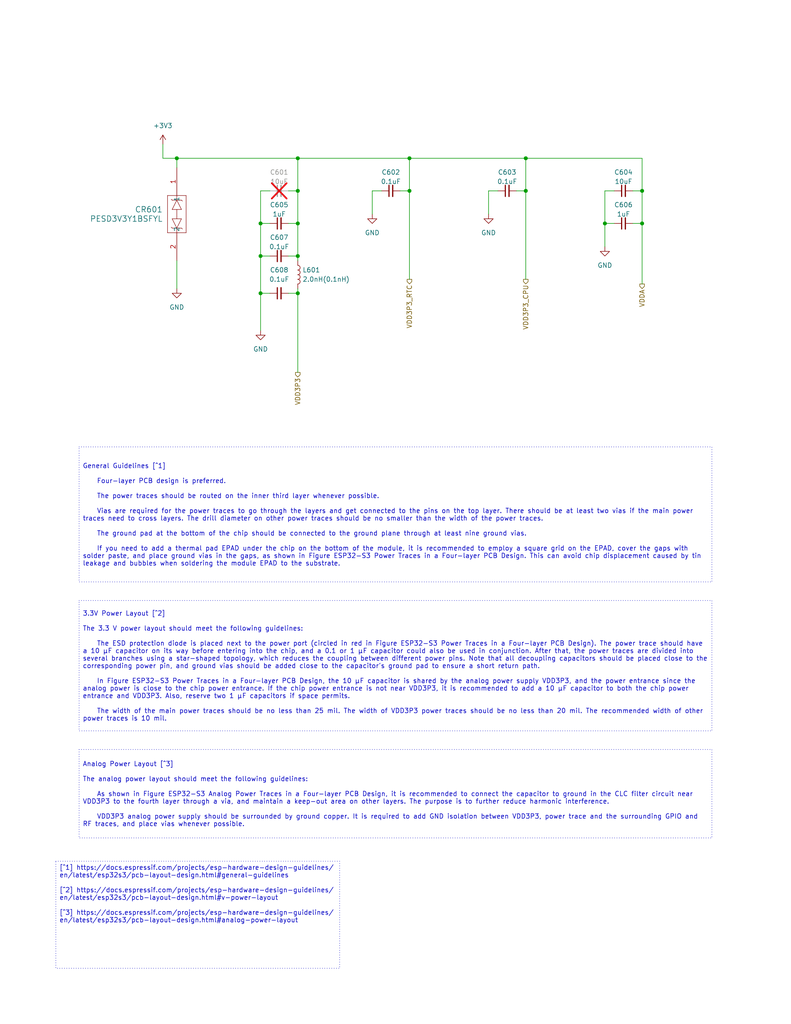
<source format=kicad_sch>
(kicad_sch
	(version 20231120)
	(generator "eeschema")
	(generator_version "8.0")
	(uuid "cb3a1623-1173-4a3a-a604-44bbb419d7a4")
	(paper "A" portrait)
	(title_block
		(title "Comms Badge Voice Assistant")
		(date "2024-03-02")
		(rev "0.1.1")
		(company "Home Sweet Home Assistant")
	)
	(lib_symbols
		(symbol "Comms Badge Voice Assistant Project:+3V3"
			(power)
			(pin_names
				(offset 0)
			)
			(exclude_from_sim no)
			(in_bom yes)
			(on_board yes)
			(property "Reference" "#PWR"
				(at 0 -3.81 0)
				(effects
					(font
						(size 1.27 1.27)
					)
					(hide yes)
				)
			)
			(property "Value" "+3V3"
				(at 0 3.556 0)
				(effects
					(font
						(size 1.27 1.27)
					)
				)
			)
			(property "Footprint" ""
				(at 0 0 0)
				(effects
					(font
						(size 1.27 1.27)
					)
					(hide yes)
				)
			)
			(property "Datasheet" ""
				(at 0 0 0)
				(effects
					(font
						(size 1.27 1.27)
					)
					(hide yes)
				)
			)
			(property "Description" "Power symbol creates a global label with name \"+3V3\""
				(at 0 0 0)
				(effects
					(font
						(size 1.27 1.27)
					)
					(hide yes)
				)
			)
			(property "ki_keywords" "global power"
				(at 0 0 0)
				(effects
					(font
						(size 1.27 1.27)
					)
					(hide yes)
				)
			)
			(symbol "+3V3_0_1"
				(polyline
					(pts
						(xy -0.762 1.27) (xy 0 2.54)
					)
					(stroke
						(width 0)
						(type default)
					)
					(fill
						(type none)
					)
				)
				(polyline
					(pts
						(xy 0 0) (xy 0 2.54)
					)
					(stroke
						(width 0)
						(type default)
					)
					(fill
						(type none)
					)
				)
				(polyline
					(pts
						(xy 0 2.54) (xy 0.762 1.27)
					)
					(stroke
						(width 0)
						(type default)
					)
					(fill
						(type none)
					)
				)
			)
			(symbol "+3V3_1_1"
				(pin power_in line
					(at 0 0 90)
					(length 0) hide
					(name "+3V3"
						(effects
							(font
								(size 1.27 1.27)
							)
						)
					)
					(number "1"
						(effects
							(font
								(size 1.27 1.27)
							)
						)
					)
				)
			)
		)
		(symbol "Comms Badge Voice Assistant Project:C_Small"
			(pin_numbers hide)
			(pin_names
				(offset 0.254) hide)
			(exclude_from_sim no)
			(in_bom yes)
			(on_board yes)
			(property "Reference" "C"
				(at 0.254 1.778 0)
				(effects
					(font
						(size 1.27 1.27)
					)
					(justify left)
				)
			)
			(property "Value" "C_Small"
				(at 0.254 -2.032 0)
				(effects
					(font
						(size 1.27 1.27)
					)
					(justify left)
				)
			)
			(property "Footprint" ""
				(at 0 0 0)
				(effects
					(font
						(size 1.27 1.27)
					)
					(hide yes)
				)
			)
			(property "Datasheet" "~"
				(at 0 0 0)
				(effects
					(font
						(size 1.27 1.27)
					)
					(hide yes)
				)
			)
			(property "Description" "Unpolarized capacitor, small symbol"
				(at 0 0 0)
				(effects
					(font
						(size 1.27 1.27)
					)
					(hide yes)
				)
			)
			(property "ki_keywords" "capacitor cap"
				(at 0 0 0)
				(effects
					(font
						(size 1.27 1.27)
					)
					(hide yes)
				)
			)
			(property "ki_fp_filters" "C_*"
				(at 0 0 0)
				(effects
					(font
						(size 1.27 1.27)
					)
					(hide yes)
				)
			)
			(symbol "C_Small_0_1"
				(polyline
					(pts
						(xy -1.524 -0.508) (xy 1.524 -0.508)
					)
					(stroke
						(width 0.3302)
						(type default)
					)
					(fill
						(type none)
					)
				)
				(polyline
					(pts
						(xy -1.524 0.508) (xy 1.524 0.508)
					)
					(stroke
						(width 0.3048)
						(type default)
					)
					(fill
						(type none)
					)
				)
			)
			(symbol "C_Small_1_1"
				(pin passive line
					(at 0 2.54 270)
					(length 2.032)
					(name "~"
						(effects
							(font
								(size 1.27 1.27)
							)
						)
					)
					(number "1"
						(effects
							(font
								(size 1.27 1.27)
							)
						)
					)
				)
				(pin passive line
					(at 0 -2.54 90)
					(length 2.032)
					(name "~"
						(effects
							(font
								(size 1.27 1.27)
							)
						)
					)
					(number "2"
						(effects
							(font
								(size 1.27 1.27)
							)
						)
					)
				)
			)
		)
		(symbol "Comms Badge Voice Assistant Project:GND"
			(power)
			(pin_names
				(offset 0)
			)
			(exclude_from_sim no)
			(in_bom yes)
			(on_board yes)
			(property "Reference" "#PWR"
				(at 0 -6.35 0)
				(effects
					(font
						(size 1.27 1.27)
					)
					(hide yes)
				)
			)
			(property "Value" "GND"
				(at 0 -3.81 0)
				(effects
					(font
						(size 1.27 1.27)
					)
				)
			)
			(property "Footprint" ""
				(at 0 0 0)
				(effects
					(font
						(size 1.27 1.27)
					)
					(hide yes)
				)
			)
			(property "Datasheet" ""
				(at 0 0 0)
				(effects
					(font
						(size 1.27 1.27)
					)
					(hide yes)
				)
			)
			(property "Description" "Power symbol creates a global label with name \"GND\" , ground"
				(at 0 0 0)
				(effects
					(font
						(size 1.27 1.27)
					)
					(hide yes)
				)
			)
			(property "ki_keywords" "global power"
				(at 0 0 0)
				(effects
					(font
						(size 1.27 1.27)
					)
					(hide yes)
				)
			)
			(symbol "GND_0_1"
				(polyline
					(pts
						(xy 0 0) (xy 0 -1.27) (xy 1.27 -1.27) (xy 0 -2.54) (xy -1.27 -1.27) (xy 0 -1.27)
					)
					(stroke
						(width 0)
						(type default)
					)
					(fill
						(type none)
					)
				)
			)
			(symbol "GND_1_1"
				(pin power_in line
					(at 0 0 270)
					(length 0) hide
					(name "GND"
						(effects
							(font
								(size 1.27 1.27)
							)
						)
					)
					(number "1"
						(effects
							(font
								(size 1.27 1.27)
							)
						)
					)
				)
			)
		)
		(symbol "Comms Badge Voice Assistant Project:L"
			(pin_numbers hide)
			(pin_names
				(offset 1.016) hide)
			(exclude_from_sim no)
			(in_bom yes)
			(on_board yes)
			(property "Reference" "L"
				(at -1.27 0 90)
				(effects
					(font
						(size 1.27 1.27)
					)
				)
			)
			(property "Value" "L"
				(at 1.905 0 90)
				(effects
					(font
						(size 1.27 1.27)
					)
				)
			)
			(property "Footprint" ""
				(at 0 0 0)
				(effects
					(font
						(size 1.27 1.27)
					)
					(hide yes)
				)
			)
			(property "Datasheet" "~"
				(at 0 0 0)
				(effects
					(font
						(size 1.27 1.27)
					)
					(hide yes)
				)
			)
			(property "Description" "Inductor"
				(at 0 0 0)
				(effects
					(font
						(size 1.27 1.27)
					)
					(hide yes)
				)
			)
			(property "ki_keywords" "inductor choke coil reactor magnetic"
				(at 0 0 0)
				(effects
					(font
						(size 1.27 1.27)
					)
					(hide yes)
				)
			)
			(property "ki_fp_filters" "Choke_* *Coil* Inductor_* L_*"
				(at 0 0 0)
				(effects
					(font
						(size 1.27 1.27)
					)
					(hide yes)
				)
			)
			(symbol "L_0_1"
				(arc
					(start 0 -2.54)
					(mid 0.6323 -1.905)
					(end 0 -1.27)
					(stroke
						(width 0)
						(type default)
					)
					(fill
						(type none)
					)
				)
				(arc
					(start 0 -1.27)
					(mid 0.6323 -0.635)
					(end 0 0)
					(stroke
						(width 0)
						(type default)
					)
					(fill
						(type none)
					)
				)
				(arc
					(start 0 0)
					(mid 0.6323 0.635)
					(end 0 1.27)
					(stroke
						(width 0)
						(type default)
					)
					(fill
						(type none)
					)
				)
				(arc
					(start 0 1.27)
					(mid 0.6323 1.905)
					(end 0 2.54)
					(stroke
						(width 0)
						(type default)
					)
					(fill
						(type none)
					)
				)
			)
			(symbol "L_1_1"
				(pin passive line
					(at 0 3.81 270)
					(length 1.27)
					(name "1"
						(effects
							(font
								(size 1.27 1.27)
							)
						)
					)
					(number "1"
						(effects
							(font
								(size 1.27 1.27)
							)
						)
					)
				)
				(pin passive line
					(at 0 -3.81 90)
					(length 1.27)
					(name "2"
						(effects
							(font
								(size 1.27 1.27)
							)
						)
					)
					(number "2"
						(effects
							(font
								(size 1.27 1.27)
							)
						)
					)
				)
			)
		)
		(symbol "Comms Badge Voice Assistant Project:PESD3V3Y1BSFYL"
			(pin_names
				(offset 0.254)
			)
			(exclude_from_sim no)
			(in_bom yes)
			(on_board yes)
			(property "Reference" "CR601"
				(at 11.43 3.81 90)
				(effects
					(font
						(size 1.524 1.524)
					)
					(justify left)
				)
			)
			(property "Value" "PESD3V3Y1BSFYL"
				(at 13.97 3.81 90)
				(effects
					(font
						(size 1.524 1.524)
					)
					(justify left)
				)
			)
			(property "Footprint" "SOD962-2_DSN0603-2_NEX"
				(at 0 0 0)
				(effects
					(font
						(size 1.27 1.27)
						(italic yes)
					)
					(hide yes)
				)
			)
			(property "Datasheet" "https://datasheet.lcsc.com/lcsc/2006101608_Nexperia-PESD4V0Y1BSFYL_C552545.pdf"
				(at 0 0 0)
				(effects
					(font
						(size 1.27 1.27)
						(italic yes)
					)
					(hide yes)
				)
			)
			(property "Description" ""
				(at 0 0 0)
				(effects
					(font
						(size 1.27 1.27)
					)
					(hide yes)
				)
			)
			(property "LCSC #" "C552545"
				(at 0 0 0)
				(effects
					(font
						(size 1.27 1.27)
					)
					(hide yes)
				)
			)
			(property "Mfr. Part #" "PESD4V0Y1BSFYL"
				(at 0 0 0)
				(effects
					(font
						(size 1.27 1.27)
					)
					(hide yes)
				)
			)
			(property "DigiKey #" "1727-7840-1-ND"
				(at 0 0 0)
				(effects
					(font
						(size 1.27 1.27)
					)
					(hide yes)
				)
			)
			(property "Mouser #" " 771-PESD4V0Y1BSFYL "
				(at 0 0 0)
				(effects
					(font
						(size 1.27 1.27)
					)
					(hide yes)
				)
			)
			(property "Price" "0.0904"
				(at 0 0 0)
				(effects
					(font
						(size 1.27 1.27)
					)
					(hide yes)
				)
			)
			(property "ki_locked" ""
				(at 0 0 0)
				(effects
					(font
						(size 1.27 1.27)
					)
				)
			)
			(property "ki_keywords" "PESD3V3Y1BSFYL"
				(at 0 0 0)
				(effects
					(font
						(size 1.27 1.27)
					)
					(hide yes)
				)
			)
			(property "ki_fp_filters" "SOD962-2_DSN0603-2_NEX SOD962-2_DSN0603-2_NEX-M SOD962-2_DSN0603-2_NEX-L"
				(at 0 0 0)
				(effects
					(font
						(size 1.27 1.27)
					)
					(hide yes)
				)
			)
			(symbol "PESD3V3Y1BSFYL_0_1"
				(polyline
					(pts
						(xy 7.62 -2.54) (xy 17.78 -2.54)
					)
					(stroke
						(width 0.127)
						(type default)
					)
					(fill
						(type none)
					)
				)
				(polyline
					(pts
						(xy 7.62 0) (xy 8.89 0)
					)
					(stroke
						(width 0.127)
						(type default)
					)
					(fill
						(type none)
					)
				)
				(polyline
					(pts
						(xy 7.62 2.54) (xy 7.62 -2.54)
					)
					(stroke
						(width 0.127)
						(type default)
					)
					(fill
						(type none)
					)
				)
				(polyline
					(pts
						(xy 8.89 -1.27) (xy 8.89 1.27)
					)
					(stroke
						(width 0.127)
						(type default)
					)
					(fill
						(type none)
					)
				)
				(polyline
					(pts
						(xy 8.89 -1.27) (xy 9.144 -1.524)
					)
					(stroke
						(width 0.127)
						(type default)
					)
					(fill
						(type none)
					)
				)
				(polyline
					(pts
						(xy 8.89 0) (xy 11.43 1.27)
					)
					(stroke
						(width 0.127)
						(type default)
					)
					(fill
						(type none)
					)
				)
				(polyline
					(pts
						(xy 8.89 1.27) (xy 8.636 1.524)
					)
					(stroke
						(width 0.127)
						(type default)
					)
					(fill
						(type none)
					)
				)
				(polyline
					(pts
						(xy 11.43 -1.27) (xy 8.89 0)
					)
					(stroke
						(width 0.127)
						(type default)
					)
					(fill
						(type none)
					)
				)
				(polyline
					(pts
						(xy 11.43 1.27) (xy 11.43 -1.27)
					)
					(stroke
						(width 0.127)
						(type default)
					)
					(fill
						(type none)
					)
				)
				(polyline
					(pts
						(xy 13.97 -1.27) (xy 13.97 1.27)
					)
					(stroke
						(width 0.127)
						(type default)
					)
					(fill
						(type none)
					)
				)
				(polyline
					(pts
						(xy 13.97 0) (xy 11.43 0)
					)
					(stroke
						(width 0.127)
						(type default)
					)
					(fill
						(type none)
					)
				)
				(polyline
					(pts
						(xy 13.97 1.27) (xy 16.51 0)
					)
					(stroke
						(width 0.127)
						(type default)
					)
					(fill
						(type none)
					)
				)
				(polyline
					(pts
						(xy 16.51 -1.27) (xy 16.764 -1.524)
					)
					(stroke
						(width 0.127)
						(type default)
					)
					(fill
						(type none)
					)
				)
				(polyline
					(pts
						(xy 16.51 0) (xy 13.97 -1.27)
					)
					(stroke
						(width 0.127)
						(type default)
					)
					(fill
						(type none)
					)
				)
				(polyline
					(pts
						(xy 16.51 0) (xy 17.78 0)
					)
					(stroke
						(width 0.127)
						(type default)
					)
					(fill
						(type none)
					)
				)
				(polyline
					(pts
						(xy 16.51 1.27) (xy 16.256 1.524)
					)
					(stroke
						(width 0.127)
						(type default)
					)
					(fill
						(type none)
					)
				)
				(polyline
					(pts
						(xy 16.51 1.27) (xy 16.51 -1.27)
					)
					(stroke
						(width 0.127)
						(type default)
					)
					(fill
						(type none)
					)
				)
				(polyline
					(pts
						(xy 17.78 -2.54) (xy 17.78 2.54)
					)
					(stroke
						(width 0.127)
						(type default)
					)
					(fill
						(type none)
					)
				)
				(polyline
					(pts
						(xy 17.78 2.54) (xy 7.62 2.54)
					)
					(stroke
						(width 0.127)
						(type default)
					)
					(fill
						(type none)
					)
				)
			)
			(symbol "PESD3V3Y1BSFYL_1_1"
				(pin passive line
					(at 0 0 0)
					(length 7.62)
					(name "1"
						(effects
							(font
								(size 1.27 1.27)
							)
						)
					)
					(number "1"
						(effects
							(font
								(size 1.27 1.27)
							)
						)
					)
				)
				(pin passive line
					(at 25.4 0 180)
					(length 7.62)
					(name "2"
						(effects
							(font
								(size 1.27 1.27)
							)
						)
					)
					(number "2"
						(effects
							(font
								(size 1.27 1.27)
							)
						)
					)
				)
			)
		)
	)
	(junction
		(at 175.26 52.07)
		(diameter 0)
		(color 0 0 0 0)
		(uuid "006ea170-c499-473c-93a3-b78e3b0c7246")
	)
	(junction
		(at 48.26 43.18)
		(diameter 0)
		(color 0 0 0 0)
		(uuid "14c69a0e-81b0-4490-ac55-8b9f0dfc7255")
	)
	(junction
		(at 143.51 43.18)
		(diameter 0)
		(color 0 0 0 0)
		(uuid "23e46da1-9847-4b6c-b58e-e4196e5af2c8")
	)
	(junction
		(at 175.26 60.96)
		(diameter 0)
		(color 0 0 0 0)
		(uuid "285f51aa-d07c-4b75-8975-9a84a0917de9")
	)
	(junction
		(at 71.12 69.85)
		(diameter 0)
		(color 0 0 0 0)
		(uuid "3507a2d0-21bd-4436-9bb8-ba7b851178b5")
	)
	(junction
		(at 143.51 52.07)
		(diameter 0)
		(color 0 0 0 0)
		(uuid "385fcbce-0f40-4ad4-973a-923c3ed9c1b1")
	)
	(junction
		(at 81.28 43.18)
		(diameter 0)
		(color 0 0 0 0)
		(uuid "404dddf4-d442-454b-8885-032ea3a182f5")
	)
	(junction
		(at 81.28 52.07)
		(diameter 0)
		(color 0 0 0 0)
		(uuid "4129a6fe-3129-4d19-b8bd-9194bbe1e468")
	)
	(junction
		(at 71.12 80.01)
		(diameter 0)
		(color 0 0 0 0)
		(uuid "446f7dda-e85d-43f0-ae1c-4a5e15e614eb")
	)
	(junction
		(at 81.28 69.85)
		(diameter 0)
		(color 0 0 0 0)
		(uuid "44d1b3ee-5072-4be2-b030-6604f00b9d4e")
	)
	(junction
		(at 81.28 80.01)
		(diameter 0)
		(color 0 0 0 0)
		(uuid "52514485-03fd-44da-a4d7-d580efb38745")
	)
	(junction
		(at 81.28 60.96)
		(diameter 0)
		(color 0 0 0 0)
		(uuid "90619ac0-916e-404e-ab0c-d9f8d1bfdb09")
	)
	(junction
		(at 111.76 43.18)
		(diameter 0)
		(color 0 0 0 0)
		(uuid "a60e3db8-b49a-45ce-8144-982bbc087ba1")
	)
	(junction
		(at 111.76 52.07)
		(diameter 0)
		(color 0 0 0 0)
		(uuid "b90ae73d-d201-4f3f-9592-3c0a4e885ba4")
	)
	(junction
		(at 71.12 60.96)
		(diameter 0)
		(color 0 0 0 0)
		(uuid "e34eee8b-6313-45c8-b488-ffd497b3126c")
	)
	(junction
		(at 165.1 60.96)
		(diameter 0)
		(color 0 0 0 0)
		(uuid "f09317a4-ebc6-4bf9-be67-399c966932ab")
	)
	(wire
		(pts
			(xy 71.12 69.85) (xy 73.66 69.85)
		)
		(stroke
			(width 0)
			(type default)
		)
		(uuid "02d7fe4d-6089-4902-a20f-d0d9b30667a5")
	)
	(wire
		(pts
			(xy 167.64 52.07) (xy 165.1 52.07)
		)
		(stroke
			(width 0)
			(type default)
		)
		(uuid "05bc69a2-4a4b-4ec2-ac2c-982063615298")
	)
	(wire
		(pts
			(xy 175.26 52.07) (xy 175.26 60.96)
		)
		(stroke
			(width 0)
			(type default)
		)
		(uuid "07addba0-fb24-4454-9dfc-d06e8660bce0")
	)
	(wire
		(pts
			(xy 175.26 43.18) (xy 175.26 52.07)
		)
		(stroke
			(width 0)
			(type default)
		)
		(uuid "0f4b5dfc-5093-4702-8659-cdcaaf6ce392")
	)
	(wire
		(pts
			(xy 78.74 52.07) (xy 81.28 52.07)
		)
		(stroke
			(width 0)
			(type default)
		)
		(uuid "19c981f0-40de-436e-9cac-355af33a20eb")
	)
	(wire
		(pts
			(xy 71.12 80.01) (xy 73.66 80.01)
		)
		(stroke
			(width 0)
			(type default)
		)
		(uuid "1a6eb3e2-bd8e-4645-b898-38dde318279f")
	)
	(wire
		(pts
			(xy 44.45 43.18) (xy 48.26 43.18)
		)
		(stroke
			(width 0)
			(type default)
		)
		(uuid "21d50fcf-aff5-415c-95db-d8ffc40eb136")
	)
	(wire
		(pts
			(xy 133.35 52.07) (xy 133.35 58.42)
		)
		(stroke
			(width 0)
			(type default)
		)
		(uuid "228dab74-e22b-4893-b5b4-b70cfccc4603")
	)
	(wire
		(pts
			(xy 78.74 80.01) (xy 81.28 80.01)
		)
		(stroke
			(width 0)
			(type default)
		)
		(uuid "28c6cba0-bd69-4cc8-ba4c-89a289eb1947")
	)
	(wire
		(pts
			(xy 81.28 43.18) (xy 81.28 52.07)
		)
		(stroke
			(width 0)
			(type default)
		)
		(uuid "37bcee3b-60bd-45c1-933f-9c6b2ed8b95c")
	)
	(wire
		(pts
			(xy 81.28 80.01) (xy 81.28 101.6)
		)
		(stroke
			(width 0)
			(type default)
		)
		(uuid "49730db6-9239-417b-af40-babdc75f1527")
	)
	(wire
		(pts
			(xy 44.45 39.37) (xy 44.45 43.18)
		)
		(stroke
			(width 0)
			(type default)
		)
		(uuid "4bf7f859-51c0-42cd-b074-34c053a6f28e")
	)
	(wire
		(pts
			(xy 81.28 69.85) (xy 81.28 71.12)
		)
		(stroke
			(width 0)
			(type default)
		)
		(uuid "55142c05-5033-4d7c-af3b-f9f34c27f822")
	)
	(wire
		(pts
			(xy 81.28 69.85) (xy 78.74 69.85)
		)
		(stroke
			(width 0)
			(type default)
		)
		(uuid "58fe4f40-7f99-4579-87b4-d894ff61c0e4")
	)
	(wire
		(pts
			(xy 71.12 60.96) (xy 71.12 69.85)
		)
		(stroke
			(width 0)
			(type default)
		)
		(uuid "5a3ce6b2-ccae-4378-9c2c-6146f47e4e0e")
	)
	(wire
		(pts
			(xy 143.51 43.18) (xy 143.51 52.07)
		)
		(stroke
			(width 0)
			(type default)
		)
		(uuid "5e5984e7-0d7e-4da3-990a-c9897afeaf86")
	)
	(wire
		(pts
			(xy 135.89 52.07) (xy 133.35 52.07)
		)
		(stroke
			(width 0)
			(type default)
		)
		(uuid "5ed2ee52-947b-4da1-b874-f0700d97c496")
	)
	(wire
		(pts
			(xy 71.12 52.07) (xy 71.12 60.96)
		)
		(stroke
			(width 0)
			(type default)
		)
		(uuid "64a7fe6a-0c12-494d-a75e-d7dc6f1dc229")
	)
	(wire
		(pts
			(xy 143.51 43.18) (xy 111.76 43.18)
		)
		(stroke
			(width 0)
			(type default)
		)
		(uuid "65773ff4-700d-441c-a53d-0a55b4bd9b06")
	)
	(wire
		(pts
			(xy 165.1 67.31) (xy 165.1 60.96)
		)
		(stroke
			(width 0)
			(type default)
		)
		(uuid "690733b2-6beb-4bc6-8535-70d86762de54")
	)
	(wire
		(pts
			(xy 111.76 43.18) (xy 81.28 43.18)
		)
		(stroke
			(width 0)
			(type default)
		)
		(uuid "7311c18c-530e-48eb-babf-883e26f2df91")
	)
	(wire
		(pts
			(xy 172.72 52.07) (xy 175.26 52.07)
		)
		(stroke
			(width 0)
			(type default)
		)
		(uuid "7631c873-7eb1-4de2-b5cb-979a6e4296be")
	)
	(wire
		(pts
			(xy 140.97 52.07) (xy 143.51 52.07)
		)
		(stroke
			(width 0)
			(type default)
		)
		(uuid "7bd18411-8597-4323-8a06-98caa7a92821")
	)
	(wire
		(pts
			(xy 78.74 60.96) (xy 81.28 60.96)
		)
		(stroke
			(width 0)
			(type default)
		)
		(uuid "8026908f-df4d-47ca-879f-5d447de30eea")
	)
	(wire
		(pts
			(xy 172.72 60.96) (xy 175.26 60.96)
		)
		(stroke
			(width 0)
			(type default)
		)
		(uuid "857dde0c-ede2-49ad-84f2-da7f7c7969df")
	)
	(wire
		(pts
			(xy 71.12 60.96) (xy 73.66 60.96)
		)
		(stroke
			(width 0)
			(type default)
		)
		(uuid "891dee99-e700-47c6-8981-3ba7fe085868")
	)
	(wire
		(pts
			(xy 109.22 52.07) (xy 111.76 52.07)
		)
		(stroke
			(width 0)
			(type default)
		)
		(uuid "8e098e3c-e180-4790-a34e-fa08bfb31a2a")
	)
	(wire
		(pts
			(xy 81.28 52.07) (xy 81.28 60.96)
		)
		(stroke
			(width 0)
			(type default)
		)
		(uuid "9521763a-050e-4333-a81f-a5575fa1409f")
	)
	(wire
		(pts
			(xy 73.66 52.07) (xy 71.12 52.07)
		)
		(stroke
			(width 0)
			(type default)
		)
		(uuid "994eefcc-e0f8-4b0b-b1c2-b83d8964580e")
	)
	(wire
		(pts
			(xy 48.26 43.18) (xy 48.26 45.72)
		)
		(stroke
			(width 0)
			(type default)
		)
		(uuid "a40a3581-a56a-445b-bdb3-0898fcb11392")
	)
	(wire
		(pts
			(xy 71.12 69.85) (xy 71.12 80.01)
		)
		(stroke
			(width 0)
			(type default)
		)
		(uuid "adb7acad-aae0-49d0-b993-085c31cdda86")
	)
	(wire
		(pts
			(xy 165.1 52.07) (xy 165.1 60.96)
		)
		(stroke
			(width 0)
			(type default)
		)
		(uuid "af56a79d-f379-4e11-962f-9fe38404b559")
	)
	(wire
		(pts
			(xy 101.6 52.07) (xy 104.14 52.07)
		)
		(stroke
			(width 0)
			(type default)
		)
		(uuid "b1ceb03d-79ae-4e4e-9751-b5ea0e480631")
	)
	(wire
		(pts
			(xy 165.1 60.96) (xy 167.64 60.96)
		)
		(stroke
			(width 0)
			(type default)
		)
		(uuid "b40150e2-3795-4bd3-b58a-ee5ccfa3a2a3")
	)
	(wire
		(pts
			(xy 81.28 43.18) (xy 48.26 43.18)
		)
		(stroke
			(width 0)
			(type default)
		)
		(uuid "b4bf3095-0bfc-466b-af04-50cab1ebc2d9")
	)
	(wire
		(pts
			(xy 143.51 52.07) (xy 143.51 76.2)
		)
		(stroke
			(width 0)
			(type default)
		)
		(uuid "b5542f1f-bbb5-439a-a81f-cab12d7a22fd")
	)
	(wire
		(pts
			(xy 175.26 43.18) (xy 143.51 43.18)
		)
		(stroke
			(width 0)
			(type default)
		)
		(uuid "be028fbf-98c7-4497-b215-e2b77668b361")
	)
	(wire
		(pts
			(xy 111.76 52.07) (xy 111.76 76.2)
		)
		(stroke
			(width 0)
			(type default)
		)
		(uuid "c117e1bc-e0d6-4418-9ceb-05b18d26021a")
	)
	(wire
		(pts
			(xy 111.76 43.18) (xy 111.76 52.07)
		)
		(stroke
			(width 0)
			(type default)
		)
		(uuid "c8ba8a05-13b7-403a-a8fd-c2889a54ff11")
	)
	(wire
		(pts
			(xy 101.6 58.42) (xy 101.6 52.07)
		)
		(stroke
			(width 0)
			(type default)
		)
		(uuid "d71efb8f-eef5-4d7d-ac5f-1d878cf26500")
	)
	(wire
		(pts
			(xy 71.12 80.01) (xy 71.12 90.17)
		)
		(stroke
			(width 0)
			(type default)
		)
		(uuid "dd7707f6-c229-47e8-a468-ead1f9a59db2")
	)
	(wire
		(pts
			(xy 48.26 71.12) (xy 48.26 78.74)
		)
		(stroke
			(width 0)
			(type default)
		)
		(uuid "ddfa9910-4c74-456d-97f4-90d1616bf1f7")
	)
	(wire
		(pts
			(xy 81.28 60.96) (xy 81.28 69.85)
		)
		(stroke
			(width 0)
			(type default)
		)
		(uuid "f4970211-755c-4691-9091-de15a57f0363")
	)
	(wire
		(pts
			(xy 81.28 80.01) (xy 81.28 78.74)
		)
		(stroke
			(width 0)
			(type default)
		)
		(uuid "f797e988-3ee2-4f19-b059-166fe4b08e57")
	)
	(wire
		(pts
			(xy 175.26 60.96) (xy 175.26 77.47)
		)
		(stroke
			(width 0)
			(type default)
		)
		(uuid "fa0c1f31-dc9a-45b7-8a26-38b90f98a9d4")
	)
	(text_box "Analog Power Layout [^3]\n\nThe analog power layout should meet the following guidelines:\n\n    As shown in Figure ESP32-S3 Analog Power Traces in a Four-layer PCB Design, it is recommended to connect the capacitor to ground in the CLC filter circuit near VDD3P3 to the fourth layer through a via, and maintain a keep-out area on other layers. The purpose is to further reduce harmonic interference.\n\n    VDD3P3 analog power supply should be surrounded by ground copper. It is required to add GND isolation between VDD3P3, power trace and the surrounding GPIO and RF traces, and place vias whenever possible."
		(exclude_from_sim no)
		(at 21.59 204.47 0)
		(size 172.72 24.13)
		(stroke
			(width 0)
			(type dot)
		)
		(fill
			(type none)
		)
		(effects
			(font
				(size 1.27 1.27)
			)
			(justify left)
		)
		(uuid "4a06f453-2dc0-408e-8bde-fca484cb570c")
	)
	(text_box "[^1] https://docs.espressif.com/projects/esp-hardware-design-guidelines/\nen/latest/esp32s3/pcb-layout-design.html#general-guidelines\n\n[^2] https://docs.espressif.com/projects/esp-hardware-design-guidelines/\nen/latest/esp32s3/pcb-layout-design.html#v-power-layout\n\n[^3] https://docs.espressif.com/projects/esp-hardware-design-guidelines/\nen/latest/esp32s3/pcb-layout-design.html#analog-power-layout"
		(exclude_from_sim no)
		(at 15.24 234.95 0)
		(size 77.47 29.21)
		(stroke
			(width 0)
			(type dot)
		)
		(fill
			(type none)
		)
		(effects
			(font
				(size 1.27 1.27)
			)
			(justify left top)
		)
		(uuid "a2816e6a-14e8-4bf7-8f74-e3d8c4b1f236")
	)
	(text_box "3.3V Power Layout [^2]\n\nThe 3.3 V power layout should meet the following guidelines:\n\n    The ESD protection diode is placed next to the power port (circled in red in Figure ESP32-S3 Power Traces in a Four-layer PCB Design). The power trace should have a 10 µF capacitor on its way before entering into the chip, and a 0.1 or 1 µF capacitor could also be used in conjunction. After that, the power traces are divided into several branches using a star-shaped topology, which reduces the coupling between different power pins. Note that all decoupling capacitors should be placed close to the corresponding power pin, and ground vias should be added close to the capacitor's ground pad to ensure a short return path.\n\n    In Figure ESP32-S3 Power Traces in a Four-layer PCB Design, the 10 µF capacitor is shared by the analog power supply VDD3P3, and the power entrance since the analog power is close to the chip power entrance. If the chip power entrance is not near VDD3P3, it is recommended to add a 10 µF capacitor to both the chip power entrance and VDD3P3. Also, reserve two 1 µF capacitors if space permits.\n\n    The width of the main power traces should be no less than 25 mil. The width of VDD3P3 power traces should be no less than 20 mil. The recommended width of other power traces is 10 mil.\n"
		(exclude_from_sim no)
		(at 21.59 163.83 0)
		(size 172.72 35.56)
		(stroke
			(width 0)
			(type dot)
		)
		(fill
			(type none)
		)
		(effects
			(font
				(size 1.27 1.27)
			)
			(justify left)
		)
		(uuid "be6d2e45-e0e8-447c-a8ac-f893400f2df5")
	)
	(text_box "General Guidelines [^1]\n\n    Four-layer PCB design is preferred.\n\n    The power traces should be routed on the inner third layer whenever possible.\n\n    Vias are required for the power traces to go through the layers and get connected to the pins on the top layer. There should be at least two vias if the main power traces need to cross layers. The drill diameter on other power traces should be no smaller than the width of the power traces.\n\n    The ground pad at the bottom of the chip should be connected to the ground plane through at least nine ground vias.\n\n    If you need to add a thermal pad EPAD under the chip on the bottom of the module, it is recommended to employ a square grid on the EPAD, cover the gaps with solder paste, and place ground vias in the gaps, as shown in Figure ESP32-S3 Power Traces in a Four-layer PCB Design. This can avoid chip displacement caused by tin leakage and bubbles when soldering the module EPAD to the substrate.\n\n"
		(exclude_from_sim no)
		(at 21.59 121.92 0)
		(size 172.72 36.83)
		(stroke
			(width 0)
			(type dot)
		)
		(fill
			(type none)
		)
		(effects
			(font
				(size 1.27 1.27)
			)
			(justify left)
		)
		(uuid "f5c2dfb6-833e-49db-b81e-7bd880b97805")
	)
	(hierarchical_label "VDD3P3_CPU"
		(shape output)
		(at 143.51 76.2 270)
		(fields_autoplaced yes)
		(effects
			(font
				(size 1.27 1.27)
			)
			(justify right)
		)
		(uuid "81cb4f29-2d72-4b4b-a3d7-93a43634681c")
	)
	(hierarchical_label "VDDA"
		(shape output)
		(at 175.26 77.47 270)
		(fields_autoplaced yes)
		(effects
			(font
				(size 1.27 1.27)
			)
			(justify right)
		)
		(uuid "bceaaadc-9d0d-44f0-8d1a-9f4c46ef0fd1")
	)
	(hierarchical_label "VDD3P3_RTC"
		(shape output)
		(at 111.76 76.2 270)
		(fields_autoplaced yes)
		(effects
			(font
				(size 1.27 1.27)
			)
			(justify right)
		)
		(uuid "c93c9478-0f06-43b2-9745-8c3d7792d35c")
	)
	(hierarchical_label "VDD3P3"
		(shape output)
		(at 81.28 101.6 270)
		(fields_autoplaced yes)
		(effects
			(font
				(size 1.27 1.27)
			)
			(justify right)
		)
		(uuid "e1ac2a53-d5c5-4b61-99a9-9237cc810b78")
	)
	(symbol
		(lib_id "Comms Badge Voice Assistant Project:L")
		(at 81.28 74.93 0)
		(unit 1)
		(exclude_from_sim no)
		(in_bom yes)
		(on_board yes)
		(dnp no)
		(fields_autoplaced yes)
		(uuid "066430c4-9bc7-4ffd-a7f3-e16aa85912f2")
		(property "Reference" "L601"
			(at 82.55 73.66 0)
			(effects
				(font
					(size 1.27 1.27)
				)
				(justify left)
			)
		)
		(property "Value" "2.0nH(0.1nH)"
			(at 82.55 76.2 0)
			(effects
				(font
					(size 1.27 1.27)
				)
				(justify left)
			)
		)
		(property "Footprint" "Inductor_SMD:L_0402_1005Metric_Pad0.77x0.64mm_HandSolder"
			(at 81.28 74.93 0)
			(effects
				(font
					(size 1.27 1.27)
				)
				(hide yes)
			)
		)
		(property "Datasheet" "https://datasheet.lcsc.com/lcsc/2206161801_Murata-Electronics-LQG15HS2N0B02D_C2986275.pdf"
			(at 81.28 74.93 0)
			(effects
				(font
					(size 1.27 1.27)
				)
				(hide yes)
			)
		)
		(property "Description" ""
			(at 81.28 74.93 0)
			(effects
				(font
					(size 1.27 1.27)
				)
				(hide yes)
			)
		)
		(property "LCSC #" "C2986275"
			(at 81.28 74.93 0)
			(effects
				(font
					(size 1.27 1.27)
				)
				(hide yes)
			)
		)
		(property "Mfr. Part #" "LQG15HS2N0B02D"
			(at 81.28 74.93 0)
			(effects
				(font
					(size 1.27 1.27)
				)
				(hide yes)
			)
		)
		(property "DigiKey #" "490-LQG15HS2N0B02DCT-ND"
			(at 81.28 74.93 0)
			(effects
				(font
					(size 1.27 1.27)
				)
				(hide yes)
			)
		)
		(property "Mouser #" "81-LQG15HS2N0B02D"
			(at 81.28 74.93 0)
			(effects
				(font
					(size 1.27 1.27)
				)
				(hide yes)
			)
		)
		(property "Price" "0.0407"
			(at 81.28 74.93 0)
			(effects
				(font
					(size 1.27 1.27)
				)
				(hide yes)
			)
		)
		(pin "1"
			(uuid "d5960f89-9388-4fbf-9696-45ad3dd75180")
		)
		(pin "2"
			(uuid "68d2b37e-a043-4ef4-83c8-3f8456725f51")
		)
		(instances
			(project "Comms Badge Voice Assistant Project"
				(path "/615e3260-ff62-492c-a651-02eeac1fdade/5fa97130-643a-4419-aa6c-6ca7316b1e6f/f1ea76dc-b995-4ecb-8838-ddb2826c829a"
					(reference "L601")
					(unit 1)
				)
			)
		)
	)
	(symbol
		(lib_id "Comms Badge Voice Assistant Project:+3V3")
		(at 44.45 39.37 0)
		(unit 1)
		(exclude_from_sim no)
		(in_bom yes)
		(on_board yes)
		(dnp no)
		(fields_autoplaced yes)
		(uuid "1c53cd0e-2a72-47ca-a6a5-745072fc46dd")
		(property "Reference" "#PWR0601"
			(at 44.45 43.18 0)
			(effects
				(font
					(size 1.27 1.27)
				)
				(hide yes)
			)
		)
		(property "Value" "+3V3"
			(at 44.45 34.29 0)
			(effects
				(font
					(size 1.27 1.27)
				)
			)
		)
		(property "Footprint" ""
			(at 44.45 39.37 0)
			(effects
				(font
					(size 1.27 1.27)
				)
				(hide yes)
			)
		)
		(property "Datasheet" ""
			(at 44.45 39.37 0)
			(effects
				(font
					(size 1.27 1.27)
				)
				(hide yes)
			)
		)
		(property "Description" ""
			(at 44.45 39.37 0)
			(effects
				(font
					(size 1.27 1.27)
				)
				(hide yes)
			)
		)
		(pin "1"
			(uuid "7e9b7f55-8842-497f-bc95-27e3ad788ef1")
		)
		(instances
			(project "Comms Badge Voice Assistant Project"
				(path "/615e3260-ff62-492c-a651-02eeac1fdade/5fa97130-643a-4419-aa6c-6ca7316b1e6f/f1ea76dc-b995-4ecb-8838-ddb2826c829a"
					(reference "#PWR0601")
					(unit 1)
				)
			)
		)
	)
	(symbol
		(lib_id "Comms Badge Voice Assistant Project:C_Small")
		(at 76.2 52.07 90)
		(unit 1)
		(exclude_from_sim yes)
		(in_bom no)
		(on_board no)
		(dnp yes)
		(uuid "25bfdd5b-70b2-40cb-add4-3a52799f8245")
		(property "Reference" "C601"
			(at 76.2 46.99 90)
			(effects
				(font
					(size 1.27 1.27)
				)
			)
		)
		(property "Value" "10uF"
			(at 76.2 49.53 90)
			(effects
				(font
					(size 1.27 1.27)
				)
			)
		)
		(property "Footprint" "Capacitor_SMD:C_0402_1005Metric"
			(at 76.2 52.07 0)
			(effects
				(font
					(size 1.27 1.27)
				)
				(hide yes)
			)
		)
		(property "Datasheet" "https://datasheet.lcsc.com/lcsc/2304140030_Murata-Electronics-GRM155R61A106ME11D_C408132.pdf"
			(at 76.2 52.07 0)
			(effects
				(font
					(size 1.27 1.27)
				)
				(hide yes)
			)
		)
		(property "Description" ""
			(at 76.2 52.07 0)
			(effects
				(font
					(size 1.27 1.27)
				)
				(hide yes)
			)
		)
		(property "LCSC #" "C408132"
			(at 76.2 52.07 0)
			(effects
				(font
					(size 1.27 1.27)
				)
				(hide yes)
			)
		)
		(property "Mfr. Part #" "GRM155R61A106ME11D"
			(at 76.2 52.07 90)
			(effects
				(font
					(size 1.27 1.27)
				)
				(hide yes)
			)
		)
		(property "DigiKey #" "490-GRM155R61A106ME11DCT-ND"
			(at 76.2 52.07 0)
			(effects
				(font
					(size 1.27 1.27)
				)
				(hide yes)
			)
		)
		(property "Mouser #" "81-GRM155R61A106ME1D"
			(at 76.2 52.07 0)
			(effects
				(font
					(size 1.27 1.27)
				)
				(hide yes)
			)
		)
		(property "Price" "0.0129"
			(at 76.2 52.07 0)
			(effects
				(font
					(size 1.27 1.27)
				)
				(hide yes)
			)
		)
		(pin "1"
			(uuid "bd541d3f-9030-4587-8c2d-07a95753a824")
		)
		(pin "2"
			(uuid "66ab1e79-9692-4ebc-81b4-467cc847968d")
		)
		(instances
			(project "Comms Badge Voice Assistant Project"
				(path "/615e3260-ff62-492c-a651-02eeac1fdade/5fa97130-643a-4419-aa6c-6ca7316b1e6f/f1ea76dc-b995-4ecb-8838-ddb2826c829a"
					(reference "C601")
					(unit 1)
				)
			)
		)
	)
	(symbol
		(lib_id "Comms Badge Voice Assistant Project:GND")
		(at 71.12 90.17 0)
		(unit 1)
		(exclude_from_sim no)
		(in_bom yes)
		(on_board yes)
		(dnp no)
		(fields_autoplaced yes)
		(uuid "25df3ff5-29b7-4a70-aaf1-db6a64820735")
		(property "Reference" "#PWR0603"
			(at 71.12 96.52 0)
			(effects
				(font
					(size 1.27 1.27)
				)
				(hide yes)
			)
		)
		(property "Value" "GND"
			(at 71.12 95.25 0)
			(effects
				(font
					(size 1.27 1.27)
				)
			)
		)
		(property "Footprint" ""
			(at 71.12 90.17 0)
			(effects
				(font
					(size 1.27 1.27)
				)
				(hide yes)
			)
		)
		(property "Datasheet" ""
			(at 71.12 90.17 0)
			(effects
				(font
					(size 1.27 1.27)
				)
				(hide yes)
			)
		)
		(property "Description" ""
			(at 71.12 90.17 0)
			(effects
				(font
					(size 1.27 1.27)
				)
				(hide yes)
			)
		)
		(pin "1"
			(uuid "4eb09383-f2f2-43cf-be05-a8b7ebee0ca0")
		)
		(instances
			(project "Comms Badge Voice Assistant Project"
				(path "/615e3260-ff62-492c-a651-02eeac1fdade/5fa97130-643a-4419-aa6c-6ca7316b1e6f/f1ea76dc-b995-4ecb-8838-ddb2826c829a"
					(reference "#PWR0603")
					(unit 1)
				)
			)
		)
	)
	(symbol
		(lib_id "Comms Badge Voice Assistant Project:C_Small")
		(at 76.2 69.85 90)
		(unit 1)
		(exclude_from_sim no)
		(in_bom yes)
		(on_board yes)
		(dnp no)
		(uuid "2790e182-e9cd-4bfb-9c4c-04fa3909f9f8")
		(property "Reference" "C607"
			(at 76.2 64.77 90)
			(effects
				(font
					(size 1.27 1.27)
				)
			)
		)
		(property "Value" "0.1uF"
			(at 76.2 67.31 90)
			(effects
				(font
					(size 1.27 1.27)
				)
			)
		)
		(property "Footprint" "Capacitor_SMD:C_0402_1005Metric"
			(at 76.2 69.85 0)
			(effects
				(font
					(size 1.27 1.27)
				)
				(hide yes)
			)
		)
		(property "Datasheet" "https://datasheet.lcsc.com/lcsc/2304140030_Murata-Electronics-GRM155R61H104JE14D_C426067.pdf"
			(at 76.2 69.85 0)
			(effects
				(font
					(size 1.27 1.27)
				)
				(hide yes)
			)
		)
		(property "Description" ""
			(at 76.2 69.85 0)
			(effects
				(font
					(size 1.27 1.27)
				)
				(hide yes)
			)
		)
		(property "LCSC #" "C426067"
			(at 76.2 69.85 0)
			(effects
				(font
					(size 1.27 1.27)
				)
				(hide yes)
			)
		)
		(property "Mfr. Part #" "GRM155R61H104JE14D"
			(at 76.2 69.85 90)
			(effects
				(font
					(size 1.27 1.27)
				)
				(hide yes)
			)
		)
		(property "DigiKey #" "490-16356-1-ND"
			(at 76.2 69.85 0)
			(effects
				(font
					(size 1.27 1.27)
				)
				(hide yes)
			)
		)
		(property "Mouser #" "81-GRM155R61H104JE4D "
			(at 76.2 69.85 0)
			(effects
				(font
					(size 1.27 1.27)
				)
				(hide yes)
			)
		)
		(property "Price" "0.0068"
			(at 76.2 69.85 0)
			(effects
				(font
					(size 1.27 1.27)
				)
				(hide yes)
			)
		)
		(pin "1"
			(uuid "a0a0b323-0101-43f9-92bb-2844acd337c1")
		)
		(pin "2"
			(uuid "993ad7f7-28f3-4766-8e93-8bc227e2de14")
		)
		(instances
			(project "Comms Badge Voice Assistant Project"
				(path "/615e3260-ff62-492c-a651-02eeac1fdade/5fa97130-643a-4419-aa6c-6ca7316b1e6f/f1ea76dc-b995-4ecb-8838-ddb2826c829a"
					(reference "C607")
					(unit 1)
				)
			)
		)
	)
	(symbol
		(lib_id "Comms Badge Voice Assistant Project:PESD3V3Y1BSFYL")
		(at 48.26 45.72 90)
		(mirror x)
		(unit 1)
		(exclude_from_sim no)
		(in_bom yes)
		(on_board yes)
		(dnp no)
		(uuid "336c1eb7-90de-4a85-ae76-f638c7729357")
		(property "Reference" "CR601"
			(at 44.45 57.15 90)
			(effects
				(font
					(size 1.524 1.524)
				)
				(justify left)
			)
		)
		(property "Value" "PESD3V3Y1BSFYL"
			(at 44.45 59.69 90)
			(effects
				(font
					(size 1.524 1.524)
				)
				(justify left)
			)
		)
		(property "Footprint" "SOD962-2_DSN0603-2_NEX"
			(at 48.26 45.72 0)
			(effects
				(font
					(size 1.27 1.27)
					(italic yes)
				)
				(hide yes)
			)
		)
		(property "Datasheet" "https://datasheet.lcsc.com/lcsc/2006101608_Nexperia-PESD4V0Y1BSFYL_C552545.pdf"
			(at 48.26 45.72 0)
			(effects
				(font
					(size 1.27 1.27)
					(italic yes)
				)
				(hide yes)
			)
		)
		(property "Description" ""
			(at 48.26 45.72 0)
			(effects
				(font
					(size 1.27 1.27)
				)
				(hide yes)
			)
		)
		(property "LCSC #" "C552545"
			(at 48.26 45.72 0)
			(effects
				(font
					(size 1.27 1.27)
				)
				(hide yes)
			)
		)
		(property "Mfr. Part #" "PESD4V0Y1BSFYL"
			(at 48.26 45.72 0)
			(effects
				(font
					(size 1.27 1.27)
				)
				(hide yes)
			)
		)
		(property "DigiKey #" "1727-7840-1-ND"
			(at 48.26 45.72 0)
			(effects
				(font
					(size 1.27 1.27)
				)
				(hide yes)
			)
		)
		(property "Mouser #" " 771-PESD4V0Y1BSFYL "
			(at 48.26 45.72 0)
			(effects
				(font
					(size 1.27 1.27)
				)
				(hide yes)
			)
		)
		(property "Price" "0.0904"
			(at 48.26 45.72 0)
			(effects
				(font
					(size 1.27 1.27)
				)
				(hide yes)
			)
		)
		(pin "1"
			(uuid "d897c567-51e9-452d-80aa-295caa17d09e")
		)
		(pin "2"
			(uuid "95b57e57-7cd4-4390-8118-09246570d3a5")
		)
		(instances
			(project "Comms Badge Voice Assistant Project"
				(path "/615e3260-ff62-492c-a651-02eeac1fdade/5fa97130-643a-4419-aa6c-6ca7316b1e6f/f1ea76dc-b995-4ecb-8838-ddb2826c829a"
					(reference "CR601")
					(unit 1)
				)
			)
		)
	)
	(symbol
		(lib_id "Comms Badge Voice Assistant Project:GND")
		(at 133.35 58.42 0)
		(unit 1)
		(exclude_from_sim no)
		(in_bom yes)
		(on_board yes)
		(dnp no)
		(fields_autoplaced yes)
		(uuid "3927d049-edae-4180-878f-7b3eb47ab4a6")
		(property "Reference" "#PWR0605"
			(at 133.35 64.77 0)
			(effects
				(font
					(size 1.27 1.27)
				)
				(hide yes)
			)
		)
		(property "Value" "GND"
			(at 133.35 63.5 0)
			(effects
				(font
					(size 1.27 1.27)
				)
			)
		)
		(property "Footprint" ""
			(at 133.35 58.42 0)
			(effects
				(font
					(size 1.27 1.27)
				)
				(hide yes)
			)
		)
		(property "Datasheet" ""
			(at 133.35 58.42 0)
			(effects
				(font
					(size 1.27 1.27)
				)
				(hide yes)
			)
		)
		(property "Description" ""
			(at 133.35 58.42 0)
			(effects
				(font
					(size 1.27 1.27)
				)
				(hide yes)
			)
		)
		(pin "1"
			(uuid "c76f7d3b-90f6-4b04-8d86-75de542f4485")
		)
		(instances
			(project "Comms Badge Voice Assistant Project"
				(path "/615e3260-ff62-492c-a651-02eeac1fdade/5fa97130-643a-4419-aa6c-6ca7316b1e6f/f1ea76dc-b995-4ecb-8838-ddb2826c829a"
					(reference "#PWR0605")
					(unit 1)
				)
			)
		)
	)
	(symbol
		(lib_id "Comms Badge Voice Assistant Project:C_Small")
		(at 170.18 60.96 90)
		(unit 1)
		(exclude_from_sim no)
		(in_bom yes)
		(on_board yes)
		(dnp no)
		(uuid "46474668-c673-4d27-aadd-6f22e2dad9cb")
		(property "Reference" "C606"
			(at 170.18 55.88 90)
			(effects
				(font
					(size 1.27 1.27)
				)
			)
		)
		(property "Value" "1uF"
			(at 170.18 58.42 90)
			(effects
				(font
					(size 1.27 1.27)
				)
			)
		)
		(property "Footprint" "Capacitor_SMD:C_0402_1005Metric"
			(at 170.18 60.96 0)
			(effects
				(font
					(size 1.27 1.27)
				)
				(hide yes)
			)
		)
		(property "Datasheet" "https://datasheet.lcsc.com/lcsc/1811081616_Murata-Electronics-GRM155R61E105KA12D_C77009.pdf"
			(at 170.18 60.96 0)
			(effects
				(font
					(size 1.27 1.27)
				)
				(hide yes)
			)
		)
		(property "Description" ""
			(at 170.18 60.96 0)
			(effects
				(font
					(size 1.27 1.27)
				)
				(hide yes)
			)
		)
		(property "LCSC #" "C77009"
			(at 170.18 60.96 0)
			(effects
				(font
					(size 1.27 1.27)
				)
				(hide yes)
			)
		)
		(property "Mfr. Part #" "GRM155R61E105KA12D"
			(at 170.18 60.96 90)
			(effects
				(font
					(size 1.27 1.27)
				)
				(hide yes)
			)
		)
		(property "DigiKey #" "490-10017-1-ND"
			(at 170.18 60.96 0)
			(effects
				(font
					(size 1.27 1.27)
				)
				(hide yes)
			)
		)
		(property "Mouser #" "81-GRM155R61E105KA2D"
			(at 170.18 60.96 0)
			(effects
				(font
					(size 1.27 1.27)
				)
				(hide yes)
			)
		)
		(property "Price" "0.0067"
			(at 170.18 60.96 0)
			(effects
				(font
					(size 1.27 1.27)
				)
				(hide yes)
			)
		)
		(pin "1"
			(uuid "4167a45b-7ab8-41a9-932e-c19a621f8be5")
		)
		(pin "2"
			(uuid "e8460277-5dee-4eb5-bba6-891e6b742669")
		)
		(instances
			(project "Comms Badge Voice Assistant Project"
				(path "/615e3260-ff62-492c-a651-02eeac1fdade/5fa97130-643a-4419-aa6c-6ca7316b1e6f/f1ea76dc-b995-4ecb-8838-ddb2826c829a"
					(reference "C606")
					(unit 1)
				)
			)
		)
	)
	(symbol
		(lib_id "Comms Badge Voice Assistant Project:GND")
		(at 165.1 67.31 0)
		(unit 1)
		(exclude_from_sim no)
		(in_bom yes)
		(on_board yes)
		(dnp no)
		(fields_autoplaced yes)
		(uuid "4fa97e86-8bcd-4213-8139-0c5eb3f5e549")
		(property "Reference" "#PWR0606"
			(at 165.1 73.66 0)
			(effects
				(font
					(size 1.27 1.27)
				)
				(hide yes)
			)
		)
		(property "Value" "GND"
			(at 165.1 72.39 0)
			(effects
				(font
					(size 1.27 1.27)
				)
			)
		)
		(property "Footprint" ""
			(at 165.1 67.31 0)
			(effects
				(font
					(size 1.27 1.27)
				)
				(hide yes)
			)
		)
		(property "Datasheet" ""
			(at 165.1 67.31 0)
			(effects
				(font
					(size 1.27 1.27)
				)
				(hide yes)
			)
		)
		(property "Description" ""
			(at 165.1 67.31 0)
			(effects
				(font
					(size 1.27 1.27)
				)
				(hide yes)
			)
		)
		(pin "1"
			(uuid "1a2455f2-5831-4fe8-bf31-095380533d1b")
		)
		(instances
			(project "Comms Badge Voice Assistant Project"
				(path "/615e3260-ff62-492c-a651-02eeac1fdade/5fa97130-643a-4419-aa6c-6ca7316b1e6f/f1ea76dc-b995-4ecb-8838-ddb2826c829a"
					(reference "#PWR0606")
					(unit 1)
				)
			)
		)
	)
	(symbol
		(lib_id "Comms Badge Voice Assistant Project:C_Small")
		(at 106.68 52.07 90)
		(unit 1)
		(exclude_from_sim no)
		(in_bom yes)
		(on_board yes)
		(dnp no)
		(uuid "5a5879dc-fcf8-4b48-b482-94e15e669dad")
		(property "Reference" "C602"
			(at 106.68 46.99 90)
			(effects
				(font
					(size 1.27 1.27)
				)
			)
		)
		(property "Value" "0.1uF"
			(at 106.68 49.53 90)
			(effects
				(font
					(size 1.27 1.27)
				)
			)
		)
		(property "Footprint" "Capacitor_SMD:C_0402_1005Metric"
			(at 106.68 52.07 0)
			(effects
				(font
					(size 1.27 1.27)
				)
				(hide yes)
			)
		)
		(property "Datasheet" "https://datasheet.lcsc.com/lcsc/2304140030_Murata-Electronics-GRM155R61H104JE14D_C426067.pdf"
			(at 106.68 52.07 0)
			(effects
				(font
					(size 1.27 1.27)
				)
				(hide yes)
			)
		)
		(property "Description" ""
			(at 106.68 52.07 0)
			(effects
				(font
					(size 1.27 1.27)
				)
				(hide yes)
			)
		)
		(property "LCSC #" "C426067"
			(at 106.68 52.07 0)
			(effects
				(font
					(size 1.27 1.27)
				)
				(hide yes)
			)
		)
		(property "Mfr. Part #" "GRM155R61H104JE14D"
			(at 106.68 52.07 90)
			(effects
				(font
					(size 1.27 1.27)
				)
				(hide yes)
			)
		)
		(property "DigiKey #" "490-16356-1-ND"
			(at 106.68 52.07 0)
			(effects
				(font
					(size 1.27 1.27)
				)
				(hide yes)
			)
		)
		(property "Mouser #" "81-GRM155R61H104JE4D "
			(at 106.68 52.07 0)
			(effects
				(font
					(size 1.27 1.27)
				)
				(hide yes)
			)
		)
		(property "Price" "0.0068"
			(at 106.68 52.07 0)
			(effects
				(font
					(size 1.27 1.27)
				)
				(hide yes)
			)
		)
		(pin "1"
			(uuid "e72cbe92-a366-4f31-b428-281e9fbe9ab4")
		)
		(pin "2"
			(uuid "60a9f6aa-235a-4329-86e3-d6303dc2751e")
		)
		(instances
			(project "Comms Badge Voice Assistant Project"
				(path "/615e3260-ff62-492c-a651-02eeac1fdade/5fa97130-643a-4419-aa6c-6ca7316b1e6f/f1ea76dc-b995-4ecb-8838-ddb2826c829a"
					(reference "C602")
					(unit 1)
				)
			)
		)
	)
	(symbol
		(lib_id "Comms Badge Voice Assistant Project:GND")
		(at 48.26 78.74 0)
		(unit 1)
		(exclude_from_sim no)
		(in_bom yes)
		(on_board yes)
		(dnp no)
		(fields_autoplaced yes)
		(uuid "7a084397-5cc4-47d8-b77d-1174810b244a")
		(property "Reference" "#PWR0602"
			(at 48.26 85.09 0)
			(effects
				(font
					(size 1.27 1.27)
				)
				(hide yes)
			)
		)
		(property "Value" "GND"
			(at 48.26 83.82 0)
			(effects
				(font
					(size 1.27 1.27)
				)
			)
		)
		(property "Footprint" ""
			(at 48.26 78.74 0)
			(effects
				(font
					(size 1.27 1.27)
				)
				(hide yes)
			)
		)
		(property "Datasheet" ""
			(at 48.26 78.74 0)
			(effects
				(font
					(size 1.27 1.27)
				)
				(hide yes)
			)
		)
		(property "Description" ""
			(at 48.26 78.74 0)
			(effects
				(font
					(size 1.27 1.27)
				)
				(hide yes)
			)
		)
		(pin "1"
			(uuid "67b8e853-3533-42c8-8aa5-0ee1a52c26ef")
		)
		(instances
			(project "Comms Badge Voice Assistant Project"
				(path "/615e3260-ff62-492c-a651-02eeac1fdade/5fa97130-643a-4419-aa6c-6ca7316b1e6f/f1ea76dc-b995-4ecb-8838-ddb2826c829a"
					(reference "#PWR0602")
					(unit 1)
				)
			)
		)
	)
	(symbol
		(lib_id "Comms Badge Voice Assistant Project:C_Small")
		(at 76.2 60.96 90)
		(unit 1)
		(exclude_from_sim no)
		(in_bom yes)
		(on_board yes)
		(dnp no)
		(uuid "7aaab812-3176-4490-81ec-8a822d419be5")
		(property "Reference" "C605"
			(at 76.2 55.88 90)
			(effects
				(font
					(size 1.27 1.27)
				)
			)
		)
		(property "Value" "1uF"
			(at 76.2 58.42 90)
			(effects
				(font
					(size 1.27 1.27)
				)
			)
		)
		(property "Footprint" "Capacitor_SMD:C_0402_1005Metric"
			(at 76.2 60.96 0)
			(effects
				(font
					(size 1.27 1.27)
				)
				(hide yes)
			)
		)
		(property "Datasheet" "https://datasheet.lcsc.com/lcsc/1811081616_Murata-Electronics-GRM155R61E105KA12D_C77009.pdf"
			(at 76.2 60.96 0)
			(effects
				(font
					(size 1.27 1.27)
				)
				(hide yes)
			)
		)
		(property "Description" ""
			(at 76.2 60.96 0)
			(effects
				(font
					(size 1.27 1.27)
				)
				(hide yes)
			)
		)
		(property "LCSC #" "C77009"
			(at 76.2 60.96 0)
			(effects
				(font
					(size 1.27 1.27)
				)
				(hide yes)
			)
		)
		(property "Mfr. Part #" "GRM155R61E105KA12D"
			(at 76.2 60.96 90)
			(effects
				(font
					(size 1.27 1.27)
				)
				(hide yes)
			)
		)
		(property "DigiKey #" "490-10017-1-ND"
			(at 76.2 60.96 0)
			(effects
				(font
					(size 1.27 1.27)
				)
				(hide yes)
			)
		)
		(property "Mouser #" "81-GRM155R61E105KA2D"
			(at 76.2 60.96 0)
			(effects
				(font
					(size 1.27 1.27)
				)
				(hide yes)
			)
		)
		(property "Price" "0.0067"
			(at 76.2 60.96 0)
			(effects
				(font
					(size 1.27 1.27)
				)
				(hide yes)
			)
		)
		(pin "1"
			(uuid "d5c5b8a6-a2a3-4c0a-8837-6e787dff8c2a")
		)
		(pin "2"
			(uuid "923a2103-f23b-487a-88d6-4604d2e5d9a7")
		)
		(instances
			(project "Comms Badge Voice Assistant Project"
				(path "/615e3260-ff62-492c-a651-02eeac1fdade/5fa97130-643a-4419-aa6c-6ca7316b1e6f/f1ea76dc-b995-4ecb-8838-ddb2826c829a"
					(reference "C605")
					(unit 1)
				)
			)
		)
	)
	(symbol
		(lib_id "Comms Badge Voice Assistant Project:C_Small")
		(at 170.18 52.07 90)
		(unit 1)
		(exclude_from_sim no)
		(in_bom yes)
		(on_board yes)
		(dnp no)
		(uuid "a62e5e51-6d45-4910-a34e-59284011732f")
		(property "Reference" "C604"
			(at 170.18 46.99 90)
			(effects
				(font
					(size 1.27 1.27)
				)
			)
		)
		(property "Value" "10uF"
			(at 170.18 49.53 90)
			(effects
				(font
					(size 1.27 1.27)
				)
			)
		)
		(property "Footprint" "Capacitor_SMD:C_0402_1005Metric"
			(at 170.18 52.07 0)
			(effects
				(font
					(size 1.27 1.27)
				)
				(hide yes)
			)
		)
		(property "Datasheet" "https://datasheet.lcsc.com/lcsc/2304140030_Murata-Electronics-GRM155R61A106ME11D_C408132.pdf"
			(at 170.18 52.07 0)
			(effects
				(font
					(size 1.27 1.27)
				)
				(hide yes)
			)
		)
		(property "Description" ""
			(at 170.18 52.07 0)
			(effects
				(font
					(size 1.27 1.27)
				)
				(hide yes)
			)
		)
		(property "LCSC #" "C408132"
			(at 170.18 52.07 0)
			(effects
				(font
					(size 1.27 1.27)
				)
				(hide yes)
			)
		)
		(property "Mfr. Part #" "GRM155R61A106ME11D"
			(at 170.18 52.07 90)
			(effects
				(font
					(size 1.27 1.27)
				)
				(hide yes)
			)
		)
		(property "DigiKey #" "490-GRM155R61A106ME11DCT-ND"
			(at 170.18 52.07 0)
			(effects
				(font
					(size 1.27 1.27)
				)
				(hide yes)
			)
		)
		(property "Mouser #" "81-GRM155R61A106ME1D"
			(at 170.18 52.07 0)
			(effects
				(font
					(size 1.27 1.27)
				)
				(hide yes)
			)
		)
		(property "Price" "0.0129"
			(at 170.18 52.07 0)
			(effects
				(font
					(size 1.27 1.27)
				)
				(hide yes)
			)
		)
		(pin "1"
			(uuid "7bd9e029-42ba-4fd5-8cd7-7c2e171f12cf")
		)
		(pin "2"
			(uuid "144db66e-b2cc-494b-bfda-a0330bdf3723")
		)
		(instances
			(project "Comms Badge Voice Assistant Project"
				(path "/615e3260-ff62-492c-a651-02eeac1fdade/5fa97130-643a-4419-aa6c-6ca7316b1e6f/f1ea76dc-b995-4ecb-8838-ddb2826c829a"
					(reference "C604")
					(unit 1)
				)
			)
		)
	)
	(symbol
		(lib_id "Comms Badge Voice Assistant Project:GND")
		(at 101.6 58.42 0)
		(unit 1)
		(exclude_from_sim no)
		(in_bom yes)
		(on_board yes)
		(dnp no)
		(fields_autoplaced yes)
		(uuid "b6402296-2a10-47cb-80cc-1a724b7551bd")
		(property "Reference" "#PWR0604"
			(at 101.6 64.77 0)
			(effects
				(font
					(size 1.27 1.27)
				)
				(hide yes)
			)
		)
		(property "Value" "GND"
			(at 101.6 63.5 0)
			(effects
				(font
					(size 1.27 1.27)
				)
			)
		)
		(property "Footprint" ""
			(at 101.6 58.42 0)
			(effects
				(font
					(size 1.27 1.27)
				)
				(hide yes)
			)
		)
		(property "Datasheet" ""
			(at 101.6 58.42 0)
			(effects
				(font
					(size 1.27 1.27)
				)
				(hide yes)
			)
		)
		(property "Description" ""
			(at 101.6 58.42 0)
			(effects
				(font
					(size 1.27 1.27)
				)
				(hide yes)
			)
		)
		(pin "1"
			(uuid "95beff0d-0b8b-4a64-b00d-aa14ba8c7e1f")
		)
		(instances
			(project "Comms Badge Voice Assistant Project"
				(path "/615e3260-ff62-492c-a651-02eeac1fdade/5fa97130-643a-4419-aa6c-6ca7316b1e6f/f1ea76dc-b995-4ecb-8838-ddb2826c829a"
					(reference "#PWR0604")
					(unit 1)
				)
			)
		)
	)
	(symbol
		(lib_id "Comms Badge Voice Assistant Project:C_Small")
		(at 138.43 52.07 90)
		(unit 1)
		(exclude_from_sim no)
		(in_bom yes)
		(on_board yes)
		(dnp no)
		(uuid "cb1133fd-965d-45dd-90d3-2f238204fa75")
		(property "Reference" "C603"
			(at 138.43 46.99 90)
			(effects
				(font
					(size 1.27 1.27)
				)
			)
		)
		(property "Value" "0.1uF"
			(at 138.43 49.53 90)
			(effects
				(font
					(size 1.27 1.27)
				)
			)
		)
		(property "Footprint" "Capacitor_SMD:C_0402_1005Metric"
			(at 138.43 52.07 0)
			(effects
				(font
					(size 1.27 1.27)
				)
				(hide yes)
			)
		)
		(property "Datasheet" "https://datasheet.lcsc.com/lcsc/2304140030_Murata-Electronics-GRM155R61H104JE14D_C426067.pdf"
			(at 138.43 52.07 0)
			(effects
				(font
					(size 1.27 1.27)
				)
				(hide yes)
			)
		)
		(property "Description" ""
			(at 138.43 52.07 0)
			(effects
				(font
					(size 1.27 1.27)
				)
				(hide yes)
			)
		)
		(property "LCSC #" "C426067"
			(at 138.43 52.07 0)
			(effects
				(font
					(size 1.27 1.27)
				)
				(hide yes)
			)
		)
		(property "Mfr. Part #" "GRM155R61H104JE14D"
			(at 138.43 52.07 90)
			(effects
				(font
					(size 1.27 1.27)
				)
				(hide yes)
			)
		)
		(property "DigiKey #" "490-16356-1-ND"
			(at 138.43 52.07 0)
			(effects
				(font
					(size 1.27 1.27)
				)
				(hide yes)
			)
		)
		(property "Mouser #" "81-GRM155R61H104JE4D "
			(at 138.43 52.07 0)
			(effects
				(font
					(size 1.27 1.27)
				)
				(hide yes)
			)
		)
		(property "Price" "0.0068"
			(at 138.43 52.07 0)
			(effects
				(font
					(size 1.27 1.27)
				)
				(hide yes)
			)
		)
		(pin "1"
			(uuid "e2e4e14e-0e12-4a06-b67d-5d3c6194778a")
		)
		(pin "2"
			(uuid "69c25984-4717-4836-9103-695d3320a57f")
		)
		(instances
			(project "Comms Badge Voice Assistant Project"
				(path "/615e3260-ff62-492c-a651-02eeac1fdade/5fa97130-643a-4419-aa6c-6ca7316b1e6f/f1ea76dc-b995-4ecb-8838-ddb2826c829a"
					(reference "C603")
					(unit 1)
				)
			)
		)
	)
	(symbol
		(lib_id "Comms Badge Voice Assistant Project:C_Small")
		(at 76.2 80.01 90)
		(unit 1)
		(exclude_from_sim no)
		(in_bom yes)
		(on_board yes)
		(dnp no)
		(fields_autoplaced yes)
		(uuid "d6e0cec5-aed2-48c4-84ed-584c8612c974")
		(property "Reference" "C608"
			(at 76.2063 73.66 90)
			(effects
				(font
					(size 1.27 1.27)
				)
			)
		)
		(property "Value" "0.1uF"
			(at 76.2063 76.2 90)
			(effects
				(font
					(size 1.27 1.27)
				)
			)
		)
		(property "Footprint" "Capacitor_SMD:C_0402_1005Metric"
			(at 76.2 80.01 0)
			(effects
				(font
					(size 1.27 1.27)
				)
				(hide yes)
			)
		)
		(property "Datasheet" "https://datasheet.lcsc.com/lcsc/2304140030_Murata-Electronics-GRM155R61H104JE14D_C426067.pdf"
			(at 76.2 80.01 0)
			(effects
				(font
					(size 1.27 1.27)
				)
				(hide yes)
			)
		)
		(property "Description" ""
			(at 76.2 80.01 0)
			(effects
				(font
					(size 1.27 1.27)
				)
				(hide yes)
			)
		)
		(property "LCSC #" "C426067"
			(at 76.2 80.01 0)
			(effects
				(font
					(size 1.27 1.27)
				)
				(hide yes)
			)
		)
		(property "Mfr. Part #" "GRM155R61H104JE14D"
			(at 76.2 80.01 90)
			(effects
				(font
					(size 1.27 1.27)
				)
				(hide yes)
			)
		)
		(property "DigiKey #" "490-16356-1-ND"
			(at 76.2 80.01 0)
			(effects
				(font
					(size 1.27 1.27)
				)
				(hide yes)
			)
		)
		(property "Mouser #" "81-GRM155R61H104JE4D "
			(at 76.2 80.01 0)
			(effects
				(font
					(size 1.27 1.27)
				)
				(hide yes)
			)
		)
		(property "Price" "0.0068"
			(at 76.2 80.01 0)
			(effects
				(font
					(size 1.27 1.27)
				)
				(hide yes)
			)
		)
		(pin "1"
			(uuid "80e18af5-d5d6-43f9-9107-667b692b8474")
		)
		(pin "2"
			(uuid "f83873e0-152c-42c5-be67-930f3389f746")
		)
		(instances
			(project "Comms Badge Voice Assistant Project"
				(path "/615e3260-ff62-492c-a651-02eeac1fdade/5fa97130-643a-4419-aa6c-6ca7316b1e6f/f1ea76dc-b995-4ecb-8838-ddb2826c829a"
					(reference "C608")
					(unit 1)
				)
			)
		)
	)
)
</source>
